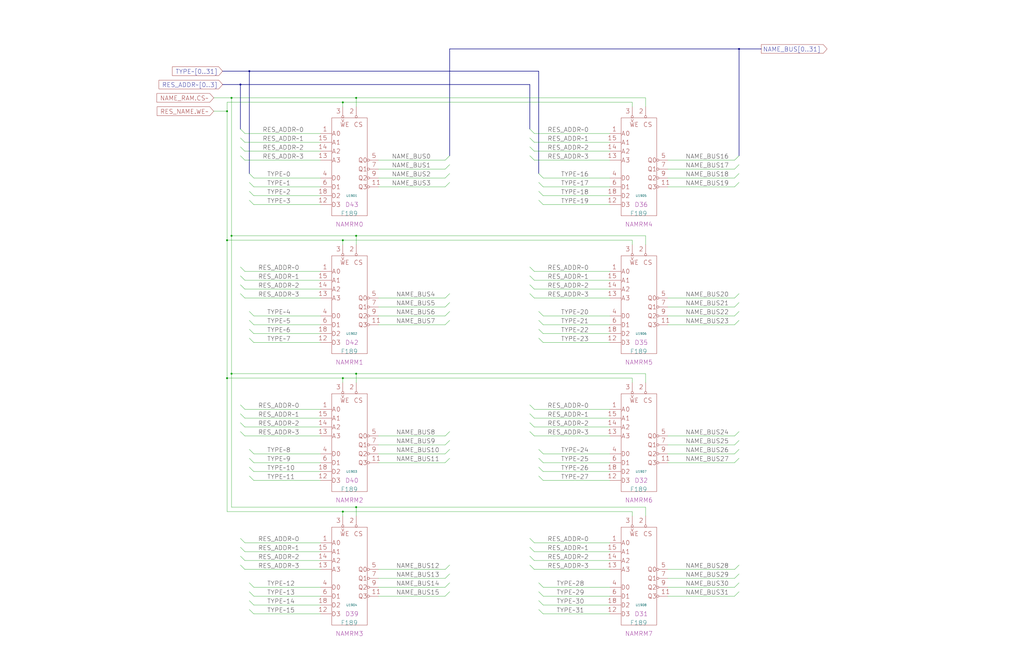
<source format=kicad_sch>
(kicad_sch (version 20210621) (generator eeschema)
  (paper "User" 584.2 378.46)
  (title_block (title "SEQ 18") (date "22-MAY-90") (rev "1.0") (comment 1 "SEQUENCER") (comment 2 "232-003064") (comment 3 "S400") (comment 4 "RELEASED"))
  (lib_symbols
    (symbol "r1000:F189" (pin_numbers hide) (pin_names (offset 1.016) hide)
      (property "Reference" "U" (at 2.54 5.08 0))
      (property "Value" "F189" (at -3.81 -5.08 0))
      (property "Location" "___" (at -1.27 0 0))
      (property "Name" "______" (at 1.27 -12.7 0))
      (symbol "F189_1_1"
        (rectangle (start -8.89 49.53) (end 11.43 -6.35))
        (circle (center -2.54 50.165) (radius 0.635))
        (circle (center 5.08 50.165) (radius 0.635))
        (circle (center 12.065 10.16) (radius 0.635))
        (circle (center 12.065 15.24) (radius 0.635))
        (circle (center 12.065 20.32) (radius 0.635))
        (circle (center 12.065 25.4) (radius 0.635))
        (text "0" (at -5.08 15.24 0) (effects (font (size 2.54 2.54))))
        (text "0" (at -5.08 40.64 0) (effects (font (size 2.54 2.54))))
        (text "0" (at 10.16 25.4 0) (effects (font (size 2.54 2.54))))
        (text "1" (at -15.24 2.54 0) (effects (font (size 2.54 2.54))))
        (text "1" (at -15.24 7.62 0) (effects (font (size 2.54 2.54))))
        (text "1" (at -15.24 27.94 0) (effects (font (size 2.54 2.54))))
        (text "1" (at -15.24 33.02 0) (effects (font (size 2.54 2.54))))
        (text "1" (at -15.24 38.1 0) (effects (font (size 2.54 2.54))))
        (text "1" (at -12.7 43.18 0) (effects (font (size 2.54 2.54))))
        (text "1" (at -5.08 10.16 0) (effects (font (size 2.54 2.54))))
        (text "1" (at -5.08 35.56 0) (effects (font (size 2.54 2.54))))
        (text "1" (at 10.16 20.32 0) (effects (font (size 2.54 2.54))))
        (text "1" (at 15.24 12.7 0) (effects (font (size 2.54 2.54))))
        (text "1" (at 17.78 12.7 0) (effects (font (size 2.54 2.54))))
        (text "2" (at -12.7 2.54 0) (effects (font (size 2.54 2.54))))
        (text "2" (at -5.08 5.08 0) (effects (font (size 2.54 2.54))))
        (text "2" (at -5.08 30.48 0) (effects (font (size 2.54 2.54))))
        (text "2" (at 2.54 53.34 0) (effects (font (size 2.54 2.54))))
        (text "2" (at 10.16 15.24 0) (effects (font (size 2.54 2.54))))
        (text "3" (at -12.7 27.94 0) (effects (font (size 2.54 2.54))))
        (text "3" (at -5.08 0 0) (effects (font (size 2.54 2.54))))
        (text "3" (at -5.08 25.4 0) (effects (font (size 2.54 2.54))))
        (text "3" (at -5.08 53.34 0) (effects (font (size 2.54 2.54))))
        (text "3" (at 10.16 10.16 0) (effects (font (size 2.54 2.54))))
        (text "4" (at -12.7 17.78 0) (effects (font (size 2.54 2.54))))
        (text "4" (at -12.7 33.02 0) (effects (font (size 2.54 2.54))))
        (text "5" (at -12.7 38.1 0) (effects (font (size 2.54 2.54))))
        (text "5" (at 15.24 27.94 0) (effects (font (size 2.54 2.54))))
        (text "6" (at -12.7 12.7 0) (effects (font (size 2.54 2.54))))
        (text "7" (at 15.24 22.86 0) (effects (font (size 2.54 2.54))))
        (text "8" (at -12.7 7.62 0) (effects (font (size 2.54 2.54))))
        (text "9" (at 15.24 17.78 0) (effects (font (size 2.54 2.54))))
        (text "A" (at -7.62 25.4 0) (effects (font (size 2.54 2.54))))
        (text "A" (at -7.62 30.48 0) (effects (font (size 2.54 2.54))))
        (text "A" (at -7.62 35.56 0) (effects (font (size 2.54 2.54))))
        (text "A" (at -7.62 40.64 0) (effects (font (size 2.54 2.54))))
        (text "C" (at 5.08 45.72 0) (effects (font (size 2.54 2.54))))
        (text "D" (at -7.62 0 0) (effects (font (size 2.54 2.54))))
        (text "D" (at -7.62 5.08 0) (effects (font (size 2.54 2.54))))
        (text "D" (at -7.62 10.16 0) (effects (font (size 2.54 2.54))))
        (text "D" (at -7.62 15.24 0) (effects (font (size 2.54 2.54))))
        (text "E" (at 0 45.72 0) (effects (font (size 2.54 2.54))))
        (text "Q" (at 7.62 10.16 0) (effects (font (size 2.54 2.54))))
        (text "Q" (at 7.62 15.24 0) (effects (font (size 2.54 2.54))))
        (text "Q" (at 7.62 20.32 0) (effects (font (size 2.54 2.54))))
        (text "Q" (at 7.62 25.4 0) (effects (font (size 2.54 2.54))))
        (text "S" (at 7.62 45.72 0) (effects (font (size 2.54 2.54))))
        (text "v" (at -2.54 48.26 0) (effects (font (size 2.54 2.54))))
        (text "W" (at -2.54 45.72 0) (effects (font (size 2.54 2.54))))
        (pin input line (at -15.24 40.64 0) (length 6.35) (name "A0") (number "1"))
        (pin tri_state line (at 17.78 10.16 180) (length 5.08) (name "Q3_") (number "11"))
        (pin input line (at -15.24 0 0) (length 6.35) (name "D3") (number "12"))
        (pin input line (at -15.24 25.4 0) (length 6.35) (name "A3") (number "13"))
        (pin input line (at -15.24 30.48 0) (length 6.35) (name "A2") (number "14"))
        (pin input line (at -15.24 35.56 0) (length 6.35) (name "A1") (number "15"))
        (pin input line (at -15.24 5.08 0) (length 6.35) (name "D2") (number "18"))
        (pin input line (at 5.08 55.88 270) (length 5.08) (name "CS_") (number "2"))
        (pin input line (at -2.54 55.88 270) (length 5.08) (name "WE_") (number "3"))
        (pin input line (at -15.24 15.24 0) (length 6.35) (name "D0") (number "4"))
        (pin tri_state line (at 17.78 25.4 180) (length 5.08) (name "Q0_") (number "5"))
        (pin input line (at -15.24 10.16 0) (length 6.35) (name "D1") (number "6"))
        (pin tri_state line (at 17.78 20.32 180) (length 5.08) (name "Q1_") (number "7"))
        (pin tri_state line (at 17.78 15.24 180) (length 5.08) (name "Q2_") (number "9"))
      )
    )
  )
  (junction (at 129.54 63.5) (diameter 0.9144))
  (junction (at 129.54 137.16) (diameter 0.9144))
  (junction (at 129.54 215.9) (diameter 0.9144))
  (junction (at 132.08 55.88) (diameter 0.9144))
  (junction (at 132.08 134.62) (diameter 0.9144))
  (junction (at 132.08 213.36) (diameter 0.9144))
  (junction (at 195.58 58.42) (diameter 0.9144))
  (junction (at 195.58 137.16) (diameter 0.9144))
  (junction (at 195.58 215.9) (diameter 0.9144))
  (junction (at 195.58 292.1) (diameter 0.9144))
  (junction (at 203.2 55.88) (diameter 0.9144))
  (junction (at 203.2 134.62) (diameter 0.9144))
  (junction (at 203.2 213.36) (diameter 0.9144))
  (junction (at 203.2 289.56) (diameter 0.9144))
  (junction (at 137.16 48.26) (diameter 0.9144))
  (junction (at 142.24 40.64) (diameter 0.9144))
  (junction (at 421.64 27.94) (diameter 0.9144))
  (bus_entry (at 137.16 73.66) (size 2.54 2.54))
  (bus_entry (at 137.16 78.74) (size 2.54 2.54))
  (bus_entry (at 137.16 83.82) (size 2.54 2.54))
  (bus_entry (at 137.16 88.9) (size 2.54 2.54))
  (bus_entry (at 137.16 152.4) (size 2.54 2.54))
  (bus_entry (at 137.16 157.48) (size 2.54 2.54))
  (bus_entry (at 137.16 162.56) (size 2.54 2.54))
  (bus_entry (at 137.16 167.64) (size 2.54 2.54))
  (bus_entry (at 137.16 231.14) (size 2.54 2.54))
  (bus_entry (at 137.16 236.22) (size 2.54 2.54))
  (bus_entry (at 137.16 241.3) (size 2.54 2.54))
  (bus_entry (at 137.16 246.38) (size 2.54 2.54))
  (bus_entry (at 137.16 307.34) (size 2.54 2.54))
  (bus_entry (at 137.16 312.42) (size 2.54 2.54))
  (bus_entry (at 137.16 317.5) (size 2.54 2.54))
  (bus_entry (at 137.16 322.58) (size 2.54 2.54))
  (bus_entry (at 142.24 99.06) (size 2.54 2.54))
  (bus_entry (at 142.24 104.14) (size 2.54 2.54))
  (bus_entry (at 142.24 109.22) (size 2.54 2.54))
  (bus_entry (at 142.24 114.3) (size 2.54 2.54))
  (bus_entry (at 142.24 177.8) (size 2.54 2.54))
  (bus_entry (at 142.24 182.88) (size 2.54 2.54))
  (bus_entry (at 142.24 187.96) (size 2.54 2.54))
  (bus_entry (at 142.24 193.04) (size 2.54 2.54))
  (bus_entry (at 142.24 256.54) (size 2.54 2.54))
  (bus_entry (at 142.24 261.62) (size 2.54 2.54))
  (bus_entry (at 142.24 266.7) (size 2.54 2.54))
  (bus_entry (at 142.24 271.78) (size 2.54 2.54))
  (bus_entry (at 142.24 332.74) (size 2.54 2.54))
  (bus_entry (at 142.24 337.82) (size 2.54 2.54))
  (bus_entry (at 142.24 342.9) (size 2.54 2.54))
  (bus_entry (at 142.24 347.98) (size 2.54 2.54))
  (bus_entry (at 256.54 88.9) (size -2.54 2.54))
  (bus_entry (at 256.54 93.98) (size -2.54 2.54))
  (bus_entry (at 256.54 99.06) (size -2.54 2.54))
  (bus_entry (at 256.54 104.14) (size -2.54 2.54))
  (bus_entry (at 256.54 167.64) (size -2.54 2.54))
  (bus_entry (at 256.54 172.72) (size -2.54 2.54))
  (bus_entry (at 256.54 177.8) (size -2.54 2.54))
  (bus_entry (at 256.54 182.88) (size -2.54 2.54))
  (bus_entry (at 256.54 246.38) (size -2.54 2.54))
  (bus_entry (at 256.54 251.46) (size -2.54 2.54))
  (bus_entry (at 256.54 256.54) (size -2.54 2.54))
  (bus_entry (at 256.54 261.62) (size -2.54 2.54))
  (bus_entry (at 256.54 322.58) (size -2.54 2.54))
  (bus_entry (at 256.54 327.66) (size -2.54 2.54))
  (bus_entry (at 256.54 332.74) (size -2.54 2.54))
  (bus_entry (at 256.54 337.82) (size -2.54 2.54))
  (bus_entry (at 302.26 73.66) (size 2.54 2.54))
  (bus_entry (at 302.26 78.74) (size 2.54 2.54))
  (bus_entry (at 302.26 83.82) (size 2.54 2.54))
  (bus_entry (at 302.26 88.9) (size 2.54 2.54))
  (bus_entry (at 302.26 152.4) (size 2.54 2.54))
  (bus_entry (at 302.26 157.48) (size 2.54 2.54))
  (bus_entry (at 302.26 162.56) (size 2.54 2.54))
  (bus_entry (at 302.26 167.64) (size 2.54 2.54))
  (bus_entry (at 302.26 231.14) (size 2.54 2.54))
  (bus_entry (at 302.26 236.22) (size 2.54 2.54))
  (bus_entry (at 302.26 241.3) (size 2.54 2.54))
  (bus_entry (at 302.26 246.38) (size 2.54 2.54))
  (bus_entry (at 302.26 307.34) (size 2.54 2.54))
  (bus_entry (at 302.26 312.42) (size 2.54 2.54))
  (bus_entry (at 302.26 317.5) (size 2.54 2.54))
  (bus_entry (at 302.26 322.58) (size 2.54 2.54))
  (bus_entry (at 307.34 99.06) (size 2.54 2.54))
  (bus_entry (at 307.34 104.14) (size 2.54 2.54))
  (bus_entry (at 307.34 109.22) (size 2.54 2.54))
  (bus_entry (at 307.34 114.3) (size 2.54 2.54))
  (bus_entry (at 307.34 177.8) (size 2.54 2.54))
  (bus_entry (at 307.34 182.88) (size 2.54 2.54))
  (bus_entry (at 307.34 187.96) (size 2.54 2.54))
  (bus_entry (at 307.34 193.04) (size 2.54 2.54))
  (bus_entry (at 307.34 256.54) (size 2.54 2.54))
  (bus_entry (at 307.34 261.62) (size 2.54 2.54))
  (bus_entry (at 307.34 266.7) (size 2.54 2.54))
  (bus_entry (at 307.34 271.78) (size 2.54 2.54))
  (bus_entry (at 307.34 332.74) (size 2.54 2.54))
  (bus_entry (at 307.34 337.82) (size 2.54 2.54))
  (bus_entry (at 307.34 342.9) (size 2.54 2.54))
  (bus_entry (at 307.34 347.98) (size 2.54 2.54))
  (bus_entry (at 421.64 88.9) (size -2.54 2.54))
  (bus_entry (at 421.64 93.98) (size -2.54 2.54))
  (bus_entry (at 421.64 99.06) (size -2.54 2.54))
  (bus_entry (at 421.64 104.14) (size -2.54 2.54))
  (bus_entry (at 421.64 167.64) (size -2.54 2.54))
  (bus_entry (at 421.64 172.72) (size -2.54 2.54))
  (bus_entry (at 421.64 177.8) (size -2.54 2.54))
  (bus_entry (at 421.64 182.88) (size -2.54 2.54))
  (bus_entry (at 421.64 246.38) (size -2.54 2.54))
  (bus_entry (at 421.64 251.46) (size -2.54 2.54))
  (bus_entry (at 421.64 256.54) (size -2.54 2.54))
  (bus_entry (at 421.64 261.62) (size -2.54 2.54))
  (bus_entry (at 421.64 322.58) (size -2.54 2.54))
  (bus_entry (at 421.64 327.66) (size -2.54 2.54))
  (bus_entry (at 421.64 332.74) (size -2.54 2.54))
  (bus_entry (at 421.64 337.82) (size -2.54 2.54))
  (wire (pts (xy 121.92 55.88) (xy 132.08 55.88)))
  (wire (pts (xy 121.92 63.5) (xy 129.54 63.5)))
  (wire (pts (xy 129.54 58.42) (xy 195.58 58.42)))
  (wire (pts (xy 129.54 63.5) (xy 129.54 58.42)))
  (wire (pts (xy 129.54 137.16) (xy 129.54 63.5)))
  (wire (pts (xy 129.54 137.16) (xy 195.58 137.16)))
  (wire (pts (xy 129.54 215.9) (xy 129.54 137.16)))
  (wire (pts (xy 129.54 215.9) (xy 195.58 215.9)))
  (wire (pts (xy 129.54 292.1) (xy 129.54 215.9)))
  (wire (pts (xy 132.08 55.88) (xy 203.2 55.88)))
  (wire (pts (xy 132.08 134.62) (xy 132.08 55.88)))
  (wire (pts (xy 132.08 134.62) (xy 203.2 134.62)))
  (wire (pts (xy 132.08 213.36) (xy 132.08 134.62)))
  (wire (pts (xy 132.08 213.36) (xy 203.2 213.36)))
  (wire (pts (xy 132.08 289.56) (xy 132.08 213.36)))
  (wire (pts (xy 139.7 76.2) (xy 182.88 76.2)))
  (wire (pts (xy 139.7 81.28) (xy 182.88 81.28)))
  (wire (pts (xy 139.7 86.36) (xy 182.88 86.36)))
  (wire (pts (xy 139.7 91.44) (xy 182.88 91.44)))
  (wire (pts (xy 139.7 154.94) (xy 182.88 154.94)))
  (wire (pts (xy 139.7 160.02) (xy 182.88 160.02)))
  (wire (pts (xy 139.7 165.1) (xy 182.88 165.1)))
  (wire (pts (xy 139.7 170.18) (xy 182.88 170.18)))
  (wire (pts (xy 139.7 233.68) (xy 182.88 233.68)))
  (wire (pts (xy 139.7 238.76) (xy 182.88 238.76)))
  (wire (pts (xy 139.7 243.84) (xy 182.88 243.84)))
  (wire (pts (xy 139.7 248.92) (xy 182.88 248.92)))
  (wire (pts (xy 139.7 309.88) (xy 182.88 309.88)))
  (wire (pts (xy 139.7 314.96) (xy 182.88 314.96)))
  (wire (pts (xy 139.7 320.04) (xy 182.88 320.04)))
  (wire (pts (xy 139.7 325.12) (xy 182.88 325.12)))
  (wire (pts (xy 144.78 101.6) (xy 182.88 101.6)))
  (wire (pts (xy 144.78 106.68) (xy 182.88 106.68)))
  (wire (pts (xy 144.78 111.76) (xy 182.88 111.76)))
  (wire (pts (xy 144.78 116.84) (xy 182.88 116.84)))
  (wire (pts (xy 144.78 180.34) (xy 182.88 180.34)))
  (wire (pts (xy 144.78 185.42) (xy 182.88 185.42)))
  (wire (pts (xy 144.78 190.5) (xy 182.88 190.5)))
  (wire (pts (xy 144.78 195.58) (xy 182.88 195.58)))
  (wire (pts (xy 144.78 259.08) (xy 182.88 259.08)))
  (wire (pts (xy 144.78 264.16) (xy 182.88 264.16)))
  (wire (pts (xy 144.78 269.24) (xy 182.88 269.24)))
  (wire (pts (xy 144.78 274.32) (xy 182.88 274.32)))
  (wire (pts (xy 144.78 335.28) (xy 182.88 335.28)))
  (wire (pts (xy 144.78 340.36) (xy 182.88 340.36)))
  (wire (pts (xy 144.78 345.44) (xy 182.88 345.44)))
  (wire (pts (xy 144.78 350.52) (xy 182.88 350.52)))
  (wire (pts (xy 195.58 58.42) (xy 195.58 60.96)))
  (wire (pts (xy 195.58 137.16) (xy 195.58 139.7)))
  (wire (pts (xy 195.58 215.9) (xy 195.58 218.44)))
  (wire (pts (xy 195.58 292.1) (xy 129.54 292.1)))
  (wire (pts (xy 195.58 292.1) (xy 195.58 294.64)))
  (wire (pts (xy 203.2 55.88) (xy 203.2 60.96)))
  (wire (pts (xy 203.2 134.62) (xy 203.2 139.7)))
  (wire (pts (xy 203.2 213.36) (xy 203.2 218.44)))
  (wire (pts (xy 203.2 289.56) (xy 132.08 289.56)))
  (wire (pts (xy 203.2 289.56) (xy 203.2 294.64)))
  (wire (pts (xy 215.9 91.44) (xy 254 91.44)))
  (wire (pts (xy 215.9 96.52) (xy 254 96.52)))
  (wire (pts (xy 215.9 101.6) (xy 254 101.6)))
  (wire (pts (xy 215.9 106.68) (xy 254 106.68)))
  (wire (pts (xy 215.9 170.18) (xy 254 170.18)))
  (wire (pts (xy 215.9 175.26) (xy 254 175.26)))
  (wire (pts (xy 215.9 180.34) (xy 254 180.34)))
  (wire (pts (xy 215.9 185.42) (xy 254 185.42)))
  (wire (pts (xy 215.9 248.92) (xy 254 248.92)))
  (wire (pts (xy 215.9 254) (xy 254 254)))
  (wire (pts (xy 215.9 259.08) (xy 254 259.08)))
  (wire (pts (xy 215.9 264.16) (xy 254 264.16)))
  (wire (pts (xy 215.9 325.12) (xy 254 325.12)))
  (wire (pts (xy 215.9 330.2) (xy 254 330.2)))
  (wire (pts (xy 215.9 335.28) (xy 254 335.28)))
  (wire (pts (xy 215.9 340.36) (xy 254 340.36)))
  (wire (pts (xy 304.8 76.2) (xy 347.98 76.2)))
  (wire (pts (xy 304.8 81.28) (xy 347.98 81.28)))
  (wire (pts (xy 304.8 86.36) (xy 347.98 86.36)))
  (wire (pts (xy 304.8 91.44) (xy 347.98 91.44)))
  (wire (pts (xy 304.8 154.94) (xy 347.98 154.94)))
  (wire (pts (xy 304.8 160.02) (xy 347.98 160.02)))
  (wire (pts (xy 304.8 165.1) (xy 347.98 165.1)))
  (wire (pts (xy 304.8 170.18) (xy 347.98 170.18)))
  (wire (pts (xy 304.8 233.68) (xy 347.98 233.68)))
  (wire (pts (xy 304.8 238.76) (xy 347.98 238.76)))
  (wire (pts (xy 304.8 243.84) (xy 347.98 243.84)))
  (wire (pts (xy 304.8 248.92) (xy 347.98 248.92)))
  (wire (pts (xy 304.8 309.88) (xy 347.98 309.88)))
  (wire (pts (xy 304.8 314.96) (xy 347.98 314.96)))
  (wire (pts (xy 304.8 320.04) (xy 347.98 320.04)))
  (wire (pts (xy 304.8 325.12) (xy 347.98 325.12)))
  (wire (pts (xy 309.88 101.6) (xy 347.98 101.6)))
  (wire (pts (xy 309.88 106.68) (xy 347.98 106.68)))
  (wire (pts (xy 309.88 111.76) (xy 347.98 111.76)))
  (wire (pts (xy 309.88 116.84) (xy 347.98 116.84)))
  (wire (pts (xy 309.88 180.34) (xy 347.98 180.34)))
  (wire (pts (xy 309.88 185.42) (xy 347.98 185.42)))
  (wire (pts (xy 309.88 190.5) (xy 347.98 190.5)))
  (wire (pts (xy 309.88 195.58) (xy 347.98 195.58)))
  (wire (pts (xy 309.88 259.08) (xy 347.98 259.08)))
  (wire (pts (xy 309.88 264.16) (xy 347.98 264.16)))
  (wire (pts (xy 309.88 269.24) (xy 347.98 269.24)))
  (wire (pts (xy 309.88 274.32) (xy 347.98 274.32)))
  (wire (pts (xy 309.88 335.28) (xy 347.98 335.28)))
  (wire (pts (xy 309.88 340.36) (xy 347.98 340.36)))
  (wire (pts (xy 309.88 345.44) (xy 347.98 345.44)))
  (wire (pts (xy 309.88 350.52) (xy 347.98 350.52)))
  (wire (pts (xy 360.68 58.42) (xy 195.58 58.42)))
  (wire (pts (xy 360.68 60.96) (xy 360.68 58.42)))
  (wire (pts (xy 360.68 137.16) (xy 195.58 137.16)))
  (wire (pts (xy 360.68 139.7) (xy 360.68 137.16)))
  (wire (pts (xy 360.68 215.9) (xy 195.58 215.9)))
  (wire (pts (xy 360.68 218.44) (xy 360.68 215.9)))
  (wire (pts (xy 360.68 292.1) (xy 195.58 292.1)))
  (wire (pts (xy 360.68 294.64) (xy 360.68 292.1)))
  (wire (pts (xy 368.3 55.88) (xy 203.2 55.88)))
  (wire (pts (xy 368.3 60.96) (xy 368.3 55.88)))
  (wire (pts (xy 368.3 134.62) (xy 203.2 134.62)))
  (wire (pts (xy 368.3 139.7) (xy 368.3 134.62)))
  (wire (pts (xy 368.3 213.36) (xy 203.2 213.36)))
  (wire (pts (xy 368.3 218.44) (xy 368.3 213.36)))
  (wire (pts (xy 368.3 289.56) (xy 203.2 289.56)))
  (wire (pts (xy 368.3 294.64) (xy 368.3 289.56)))
  (wire (pts (xy 381 91.44) (xy 419.1 91.44)))
  (wire (pts (xy 381 96.52) (xy 419.1 96.52)))
  (wire (pts (xy 381 101.6) (xy 419.1 101.6)))
  (wire (pts (xy 381 106.68) (xy 419.1 106.68)))
  (wire (pts (xy 381 170.18) (xy 419.1 170.18)))
  (wire (pts (xy 381 175.26) (xy 419.1 175.26)))
  (wire (pts (xy 381 180.34) (xy 419.1 180.34)))
  (wire (pts (xy 381 185.42) (xy 419.1 185.42)))
  (wire (pts (xy 381 248.92) (xy 419.1 248.92)))
  (wire (pts (xy 381 254) (xy 419.1 254)))
  (wire (pts (xy 381 259.08) (xy 419.1 259.08)))
  (wire (pts (xy 381 264.16) (xy 419.1 264.16)))
  (wire (pts (xy 381 325.12) (xy 419.1 325.12)))
  (wire (pts (xy 381 330.2) (xy 419.1 330.2)))
  (wire (pts (xy 381 335.28) (xy 419.1 335.28)))
  (wire (pts (xy 381 340.36) (xy 419.1 340.36)))
  (bus (pts (xy 127 40.64) (xy 142.24 40.64)))
  (bus (pts (xy 127 48.26) (xy 137.16 48.26)))
  (bus (pts (xy 137.16 48.26) (xy 137.16 327.66)))
  (bus (pts (xy 137.16 48.26) (xy 302.26 48.26)))
  (bus (pts (xy 142.24 40.64) (xy 142.24 353.06)))
  (bus (pts (xy 142.24 40.64) (xy 307.34 40.64)))
  (bus (pts (xy 256.54 27.94) (xy 256.54 342.9)))
  (bus (pts (xy 256.54 27.94) (xy 421.64 27.94)))
  (bus (pts (xy 302.26 48.26) (xy 302.26 327.66)))
  (bus (pts (xy 307.34 40.64) (xy 307.34 353.06)))
  (bus (pts (xy 421.64 27.94) (xy 421.64 342.9)))
  (bus (pts (xy 421.64 27.94) (xy 434.34 27.94)))
  (label "RES_ADDR~0" (at 147.32 154.94 0) (effects (font (size 2.54 2.54))))
  (label "RES_ADDR~1" (at 147.32 160.02 0) (effects (font (size 2.54 2.54))))
  (label "RES_ADDR~2" (at 147.32 165.1 0) (effects (font (size 2.54 2.54))))
  (label "RES_ADDR~3" (at 147.32 170.18 0) (effects (font (size 2.54 2.54))))
  (label "RES_ADDR~0" (at 147.32 233.68 0) (effects (font (size 2.54 2.54))))
  (label "RES_ADDR~1" (at 147.32 238.76 0) (effects (font (size 2.54 2.54))))
  (label "RES_ADDR~2" (at 147.32 243.84 0) (effects (font (size 2.54 2.54))))
  (label "RES_ADDR~3" (at 147.32 248.92 0) (effects (font (size 2.54 2.54))))
  (label "RES_ADDR~0" (at 147.32 309.88 0) (effects (font (size 2.54 2.54))))
  (label "RES_ADDR~1" (at 147.32 314.96 0) (effects (font (size 2.54 2.54))))
  (label "RES_ADDR~2" (at 147.32 320.04 0) (effects (font (size 2.54 2.54))))
  (label "RES_ADDR~3" (at 147.32 325.12 0) (effects (font (size 2.54 2.54))))
  (label "RES_ADDR~0" (at 149.86 76.2 0) (effects (font (size 2.54 2.54))))
  (label "RES_ADDR~1" (at 149.86 81.28 0) (effects (font (size 2.54 2.54))))
  (label "RES_ADDR~2" (at 149.86 86.36 0) (effects (font (size 2.54 2.54))))
  (label "RES_ADDR~3" (at 149.86 91.44 0) (effects (font (size 2.54 2.54))))
  (label "TYPE~0" (at 152.4 101.6 0) (effects (font (size 2.54 2.54))))
  (label "TYPE~1" (at 152.4 106.68 0) (effects (font (size 2.54 2.54))))
  (label "TYPE~2" (at 152.4 111.76 0) (effects (font (size 2.54 2.54))))
  (label "TYPE~3" (at 152.4 116.84 0) (effects (font (size 2.54 2.54))))
  (label "TYPE~4" (at 152.4 180.34 0) (effects (font (size 2.54 2.54))))
  (label "TYPE~5" (at 152.4 185.42 0) (effects (font (size 2.54 2.54))))
  (label "TYPE~6" (at 152.4 190.5 0) (effects (font (size 2.54 2.54))))
  (label "TYPE~7" (at 152.4 195.58 0) (effects (font (size 2.54 2.54))))
  (label "TYPE~8" (at 152.4 259.08 0) (effects (font (size 2.54 2.54))))
  (label "TYPE~9" (at 152.4 264.16 0) (effects (font (size 2.54 2.54))))
  (label "TYPE~10" (at 152.4 269.24 0) (effects (font (size 2.54 2.54))))
  (label "TYPE~11" (at 152.4 274.32 0) (effects (font (size 2.54 2.54))))
  (label "TYPE~12" (at 152.4 335.28 0) (effects (font (size 2.54 2.54))))
  (label "TYPE~13" (at 152.4 340.36 0) (effects (font (size 2.54 2.54))))
  (label "TYPE~14" (at 152.4 345.44 0) (effects (font (size 2.54 2.54))))
  (label "TYPE~15" (at 152.4 350.52 0) (effects (font (size 2.54 2.54))))
  (label "NAME_BUS0" (at 223.52 91.44 0) (effects (font (size 2.54 2.54))))
  (label "NAME_BUS1" (at 223.52 96.52 0) (effects (font (size 2.54 2.54))))
  (label "NAME_BUS2" (at 223.52 101.6 0) (effects (font (size 2.54 2.54))))
  (label "NAME_BUS3" (at 223.52 106.68 0) (effects (font (size 2.54 2.54))))
  (label "NAME_BUS4" (at 226.06 170.18 0) (effects (font (size 2.54 2.54))))
  (label "NAME_BUS5" (at 226.06 175.26 0) (effects (font (size 2.54 2.54))))
  (label "NAME_BUS6" (at 226.06 180.34 0) (effects (font (size 2.54 2.54))))
  (label "NAME_BUS7" (at 226.06 185.42 0) (effects (font (size 2.54 2.54))))
  (label "NAME_BUS8" (at 226.06 248.92 0) (effects (font (size 2.54 2.54))))
  (label "NAME_BUS9" (at 226.06 254 0) (effects (font (size 2.54 2.54))))
  (label "NAME_BUS10" (at 226.06 259.08 0) (effects (font (size 2.54 2.54))))
  (label "NAME_BUS11" (at 226.06 264.16 0) (effects (font (size 2.54 2.54))))
  (label "NAME_BUS12" (at 226.06 325.12 0) (effects (font (size 2.54 2.54))))
  (label "NAME_BUS13" (at 226.06 330.2 0) (effects (font (size 2.54 2.54))))
  (label "NAME_BUS14" (at 226.06 335.28 0) (effects (font (size 2.54 2.54))))
  (label "NAME_BUS15" (at 226.06 340.36 0) (effects (font (size 2.54 2.54))))
  (label "RES_ADDR~0" (at 312.42 76.2 0) (effects (font (size 2.54 2.54))))
  (label "RES_ADDR~1" (at 312.42 81.28 0) (effects (font (size 2.54 2.54))))
  (label "RES_ADDR~2" (at 312.42 86.36 0) (effects (font (size 2.54 2.54))))
  (label "RES_ADDR~3" (at 312.42 91.44 0) (effects (font (size 2.54 2.54))))
  (label "RES_ADDR~0" (at 312.42 154.94 0) (effects (font (size 2.54 2.54))))
  (label "RES_ADDR~1" (at 312.42 160.02 0) (effects (font (size 2.54 2.54))))
  (label "RES_ADDR~2" (at 312.42 165.1 0) (effects (font (size 2.54 2.54))))
  (label "RES_ADDR~3" (at 312.42 170.18 0) (effects (font (size 2.54 2.54))))
  (label "RES_ADDR~0" (at 312.42 233.68 0) (effects (font (size 2.54 2.54))))
  (label "RES_ADDR~1" (at 312.42 238.76 0) (effects (font (size 2.54 2.54))))
  (label "RES_ADDR~2" (at 312.42 243.84 0) (effects (font (size 2.54 2.54))))
  (label "RES_ADDR~3" (at 312.42 248.92 0) (effects (font (size 2.54 2.54))))
  (label "RES_ADDR~0" (at 312.42 309.88 0) (effects (font (size 2.54 2.54))))
  (label "RES_ADDR~1" (at 312.42 314.96 0) (effects (font (size 2.54 2.54))))
  (label "RES_ADDR~2" (at 312.42 320.04 0) (effects (font (size 2.54 2.54))))
  (label "RES_ADDR~3" (at 312.42 325.12 0) (effects (font (size 2.54 2.54))))
  (label "TYPE~28" (at 317.5 335.28 0) (effects (font (size 2.54 2.54))))
  (label "TYPE~29" (at 317.5 340.36 0) (effects (font (size 2.54 2.54))))
  (label "TYPE~30" (at 317.5 345.44 0) (effects (font (size 2.54 2.54))))
  (label "TYPE~31" (at 317.5 350.52 0) (effects (font (size 2.54 2.54))))
  (label "TYPE~16" (at 320.04 101.6 0) (effects (font (size 2.54 2.54))))
  (label "TYPE~17" (at 320.04 106.68 0) (effects (font (size 2.54 2.54))))
  (label "TYPE~18" (at 320.04 111.76 0) (effects (font (size 2.54 2.54))))
  (label "TYPE~19" (at 320.04 116.84 0) (effects (font (size 2.54 2.54))))
  (label "TYPE~20" (at 320.04 180.34 0) (effects (font (size 2.54 2.54))))
  (label "TYPE~21" (at 320.04 185.42 0) (effects (font (size 2.54 2.54))))
  (label "TYPE~22" (at 320.04 190.5 0) (effects (font (size 2.54 2.54))))
  (label "TYPE~23" (at 320.04 195.58 0) (effects (font (size 2.54 2.54))))
  (label "TYPE~24" (at 320.04 259.08 0) (effects (font (size 2.54 2.54))))
  (label "TYPE~25" (at 320.04 264.16 0) (effects (font (size 2.54 2.54))))
  (label "TYPE~26" (at 320.04 269.24 0) (effects (font (size 2.54 2.54))))
  (label "TYPE~27" (at 320.04 274.32 0) (effects (font (size 2.54 2.54))))
  (label "NAME_BUS16" (at 391.16 91.44 0) (effects (font (size 2.54 2.54))))
  (label "NAME_BUS17" (at 391.16 96.52 0) (effects (font (size 2.54 2.54))))
  (label "NAME_BUS18" (at 391.16 101.6 0) (effects (font (size 2.54 2.54))))
  (label "NAME_BUS19" (at 391.16 106.68 0) (effects (font (size 2.54 2.54))))
  (label "NAME_BUS20" (at 391.16 170.18 0) (effects (font (size 2.54 2.54))))
  (label "NAME_BUS21" (at 391.16 175.26 0) (effects (font (size 2.54 2.54))))
  (label "NAME_BUS22" (at 391.16 180.34 0) (effects (font (size 2.54 2.54))))
  (label "NAME_BUS23" (at 391.16 185.42 0) (effects (font (size 2.54 2.54))))
  (label "NAME_BUS24" (at 391.16 248.92 0) (effects (font (size 2.54 2.54))))
  (label "NAME_BUS25" (at 391.16 254 0) (effects (font (size 2.54 2.54))))
  (label "NAME_BUS26" (at 391.16 259.08 0) (effects (font (size 2.54 2.54))))
  (label "NAME_BUS27" (at 391.16 264.16 0) (effects (font (size 2.54 2.54))))
  (label "NAME_BUS28" (at 391.16 325.12 0) (effects (font (size 2.54 2.54))))
  (label "NAME_BUS29" (at 391.16 330.2 0) (effects (font (size 2.54 2.54))))
  (label "NAME_BUS30" (at 391.16 335.28 0) (effects (font (size 2.54 2.54))))
  (label "NAME_BUS31" (at 391.16 340.36 0) (effects (font (size 2.54 2.54))))
  (global_label "NAME_RAM.CS~" (shape input) (at 121.92 55.88 180) (effects (font (size 2.54 2.54))) (property "Intersheet References" "${INTERSHEET_REFS}" (at 89.5169 55.7213 0) (effects (font (size 2.54 2.54)) (justify right))))
  (global_label "RES_NAME.WE~" (shape input) (at 121.92 63.5 180) (effects (font (size 2.54 2.54))) (property "Intersheet References" "${INTERSHEET_REFS}" (at 89.6378 63.3413 0) (effects (font (size 2.54 2.54)) (justify right))))
  (global_label "TYPE~[0..31]" (shape input) (at 127 40.64 180) (effects (font (size 2.54 2.54))) (property "Intersheet References" "${INTERSHEET_REFS}" (at 98.3464 40.4813 0) (effects (font (size 2.54 2.54)) (justify right))))
  (global_label "RES_ADDR~[0..3]" (shape input) (at 127 48.26 180) (effects (font (size 2.54 2.54))) (property "Intersheet References" "${INTERSHEET_REFS}" (at 90.7264 48.1013 0) (effects (font (size 2.54 2.54)) (justify right))))
  (global_label "NAME_BUS[0..31]" (shape output) (at 434.34 27.94 0) (effects (font (size 2.54 2.54))) (property "Intersheet References" "${INTERSHEET_REFS}" (at 471.8231 27.7813 0) (effects (font (size 2.54 2.54)) (justify left))))
  (symbol (lib_id "r1000:F189") (at 198.12 116.84 0) (unit 1)
    (property "Reference" "U1901" (at 200.66 111.76 0))
    (property "Value" "F189" (at 194.31 121.92 0) (effects (font (size 2.54 2.54)) (justify left)))
    (property "Location" "D43" (at 196.85 116.84 0) (effects (font (size 2.54 2.54)) (justify left)))
    (property "Name" "NAMRM0" (at 199.39 129.54 0) (effects (font (size 2.54 2.54)) (justify bottom)))
  )
  (symbol (lib_id "r1000:F189") (at 198.12 195.58 0) (unit 1)
    (property "Reference" "U1902" (at 200.66 190.5 0))
    (property "Value" "F189" (at 194.31 200.66 0) (effects (font (size 2.54 2.54)) (justify left)))
    (property "Location" "D42" (at 196.85 195.58 0) (effects (font (size 2.54 2.54)) (justify left)))
    (property "Name" "NAMRM1" (at 199.39 208.28 0) (effects (font (size 2.54 2.54)) (justify bottom)))
  )
  (symbol (lib_id "r1000:F189") (at 198.12 274.32 0) (unit 1)
    (property "Reference" "U1903" (at 200.66 269.24 0))
    (property "Value" "F189" (at 194.31 279.4 0) (effects (font (size 2.54 2.54)) (justify left)))
    (property "Location" "D40" (at 196.85 274.32 0) (effects (font (size 2.54 2.54)) (justify left)))
    (property "Name" "NAMRM2" (at 199.39 287.02 0) (effects (font (size 2.54 2.54)) (justify bottom)))
  )
  (symbol (lib_id "r1000:F189") (at 198.12 350.52 0) (unit 1)
    (property "Reference" "U1904" (at 200.66 345.44 0))
    (property "Value" "F189" (at 194.31 355.6 0) (effects (font (size 2.54 2.54)) (justify left)))
    (property "Location" "D39" (at 196.85 350.52 0) (effects (font (size 2.54 2.54)) (justify left)))
    (property "Name" "NAMRM3" (at 199.39 363.22 0) (effects (font (size 2.54 2.54)) (justify bottom)))
  )
  (symbol (lib_id "r1000:F189") (at 363.22 116.84 0) (unit 1)
    (property "Reference" "U1905" (at 365.76 111.76 0))
    (property "Value" "F189" (at 359.41 121.92 0) (effects (font (size 2.54 2.54)) (justify left)))
    (property "Location" "D36" (at 361.95 116.84 0) (effects (font (size 2.54 2.54)) (justify left)))
    (property "Name" "NAMRM4" (at 364.49 129.54 0) (effects (font (size 2.54 2.54)) (justify bottom)))
  )
  (symbol (lib_id "r1000:F189") (at 363.22 195.58 0) (unit 1)
    (property "Reference" "U1906" (at 365.76 190.5 0))
    (property "Value" "F189" (at 359.41 200.66 0) (effects (font (size 2.54 2.54)) (justify left)))
    (property "Location" "D35" (at 361.95 195.58 0) (effects (font (size 2.54 2.54)) (justify left)))
    (property "Name" "NAMRM5" (at 364.49 208.28 0) (effects (font (size 2.54 2.54)) (justify bottom)))
  )
  (symbol (lib_id "r1000:F189") (at 363.22 274.32 0) (unit 1)
    (property "Reference" "U1907" (at 365.76 269.24 0))
    (property "Value" "F189" (at 359.41 279.4 0) (effects (font (size 2.54 2.54)) (justify left)))
    (property "Location" "D32" (at 361.95 274.32 0) (effects (font (size 2.54 2.54)) (justify left)))
    (property "Name" "NAMRM6" (at 364.49 287.02 0) (effects (font (size 2.54 2.54)) (justify bottom)))
  )
  (symbol (lib_id "r1000:F189") (at 363.22 350.52 0) (unit 1)
    (property "Reference" "U1908" (at 365.76 345.44 0))
    (property "Value" "F189" (at 359.41 355.6 0) (effects (font (size 2.54 2.54)) (justify left)))
    (property "Location" "D31" (at 361.95 350.52 0) (effects (font (size 2.54 2.54)) (justify left)))
    (property "Name" "NAMRM7" (at 364.49 363.22 0) (effects (font (size 2.54 2.54)) (justify bottom)))
  )
)
</source>
